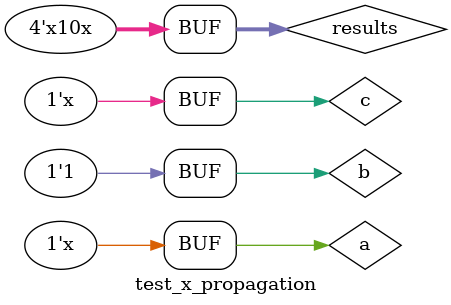
<source format=v>

module test_x_propagation;
  reg a, b, c;
  wire [3:0] results;

  assign results[0] = 1'bx & 1'b1;  // X & 1 = X
  assign results[1] = 1'bx & 1'b0;  // X & 0 = 0 (optimistic)
  assign results[2] = 1'bx | 1'b1;  // X | 1 = 1 (optimistic)
  assign results[3] = 1'bx | 1'b0;  // X | 0 = X

  initial begin
    a = 1'bx;
    b = 1'b1;
    c = a & b;  // Should be X
  end
endmodule

</source>
